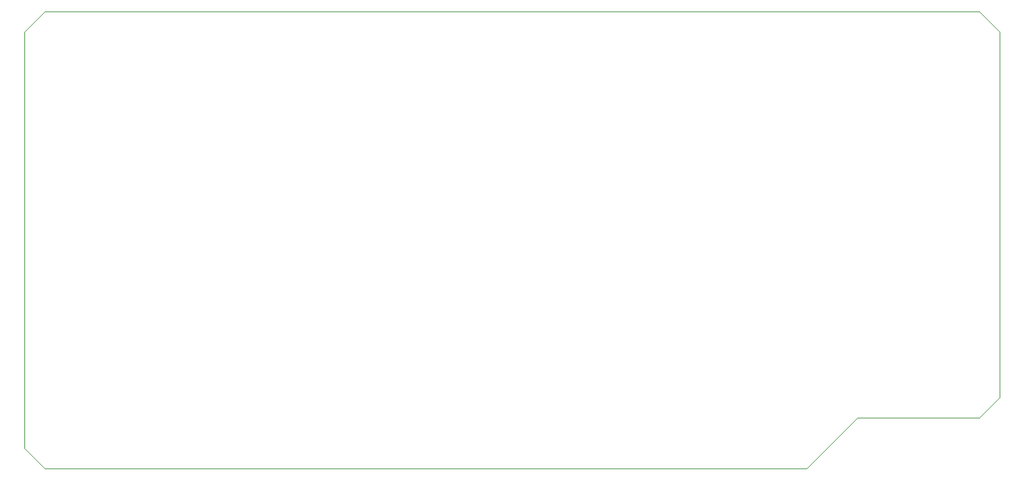
<source format=gbr>
G04 #@! TF.GenerationSoftware,KiCad,Pcbnew,(5.1.2-1)-1*
G04 #@! TF.CreationDate,2019-06-08T02:48:02+01:00*
G04 #@! TF.ProjectId,A500 14Mhz Accelerator,41353030-2031-4344-9d68-7a2041636365,rev?*
G04 #@! TF.SameCoordinates,Original*
G04 #@! TF.FileFunction,Profile,NP*
%FSLAX46Y46*%
G04 Gerber Fmt 4.6, Leading zero omitted, Abs format (unit mm)*
G04 Created by KiCad (PCBNEW (5.1.2-1)-1) date 2019-06-08 02:48:02*
%MOMM*%
%LPD*%
G04 APERTURE LIST*
%ADD10C,0.050000*%
G04 APERTURE END LIST*
D10*
X83820000Y-88900000D02*
X86360000Y-86360000D01*
X83820000Y-119380000D02*
X83820000Y-88900000D01*
X203200000Y-86360000D02*
X199390000Y-86360000D01*
X205740000Y-88900000D02*
X203200000Y-86360000D01*
X205740000Y-134620000D02*
X205740000Y-88900000D01*
X203200000Y-137160000D02*
X205740000Y-134620000D01*
X187960000Y-137160000D02*
X203200000Y-137160000D01*
X181610000Y-143510000D02*
X187960000Y-137160000D01*
X86360000Y-143510000D02*
X181610000Y-143510000D01*
X86360000Y-143510000D02*
X83820000Y-140970000D01*
X86360000Y-86360000D02*
X199390000Y-86360000D01*
X83820000Y-139700000D02*
X83820000Y-140970000D01*
X83820000Y-119380000D02*
X83820000Y-139700000D01*
M02*

</source>
